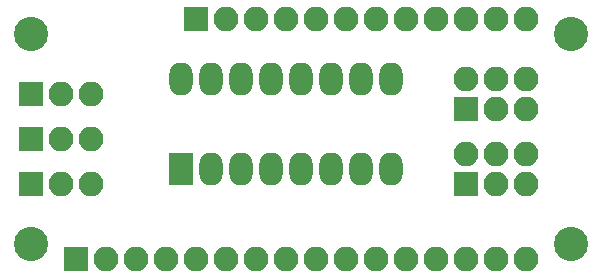
<source format=gbr>
G04 #@! TF.FileFunction,Soldermask,Bot*
%FSLAX46Y46*%
G04 Gerber Fmt 4.6, Leading zero omitted, Abs format (unit mm)*
G04 Created by KiCad (PCBNEW 4.0.6) date Wednesday, June 21, 2017 'PMt' 08:53:47 PM*
%MOMM*%
%LPD*%
G01*
G04 APERTURE LIST*
%ADD10C,0.100000*%
%ADD11R,2.000000X2.800000*%
%ADD12O,2.000000X2.800000*%
%ADD13R,2.100000X2.100000*%
%ADD14O,2.100000X2.100000*%
%ADD15C,2.900000*%
G04 APERTURE END LIST*
D10*
D11*
X99060000Y-100330000D03*
D12*
X116840000Y-92710000D03*
X101600000Y-100330000D03*
X114300000Y-92710000D03*
X104140000Y-100330000D03*
X111760000Y-92710000D03*
X106680000Y-100330000D03*
X109220000Y-92710000D03*
X109220000Y-100330000D03*
X106680000Y-92710000D03*
X111760000Y-100330000D03*
X104140000Y-92710000D03*
X114300000Y-100330000D03*
X101600000Y-92710000D03*
X116840000Y-100330000D03*
X99060000Y-92710000D03*
D13*
X86360000Y-93980000D03*
D14*
X88900000Y-93980000D03*
X91440000Y-93980000D03*
D13*
X100330000Y-87630000D03*
D14*
X102870000Y-87630000D03*
X105410000Y-87630000D03*
X107950000Y-87630000D03*
X110490000Y-87630000D03*
X113030000Y-87630000D03*
X115570000Y-87630000D03*
X118110000Y-87630000D03*
X120650000Y-87630000D03*
X123190000Y-87630000D03*
X125730000Y-87630000D03*
X128270000Y-87630000D03*
D15*
X86360000Y-106680000D03*
X132080000Y-106680000D03*
X132080000Y-88900000D03*
X86360000Y-88900000D03*
D13*
X86360000Y-97790000D03*
D14*
X88900000Y-97790000D03*
X91440000Y-97790000D03*
D13*
X90170000Y-107950000D03*
D14*
X92710000Y-107950000D03*
X95250000Y-107950000D03*
X97790000Y-107950000D03*
X100330000Y-107950000D03*
X102870000Y-107950000D03*
X105410000Y-107950000D03*
X107950000Y-107950000D03*
X110490000Y-107950000D03*
X113030000Y-107950000D03*
X115570000Y-107950000D03*
X118110000Y-107950000D03*
X120650000Y-107950000D03*
X123190000Y-107950000D03*
X125730000Y-107950000D03*
X128270000Y-107950000D03*
D13*
X86360000Y-101600000D03*
D14*
X88900000Y-101600000D03*
X91440000Y-101600000D03*
D13*
X123190000Y-101600000D03*
D14*
X123190000Y-99060000D03*
X125730000Y-101600000D03*
X125730000Y-99060000D03*
X128270000Y-101600000D03*
X128270000Y-99060000D03*
D13*
X123190000Y-95250000D03*
D14*
X123190000Y-92710000D03*
X125730000Y-95250000D03*
X125730000Y-92710000D03*
X128270000Y-95250000D03*
X128270000Y-92710000D03*
M02*

</source>
